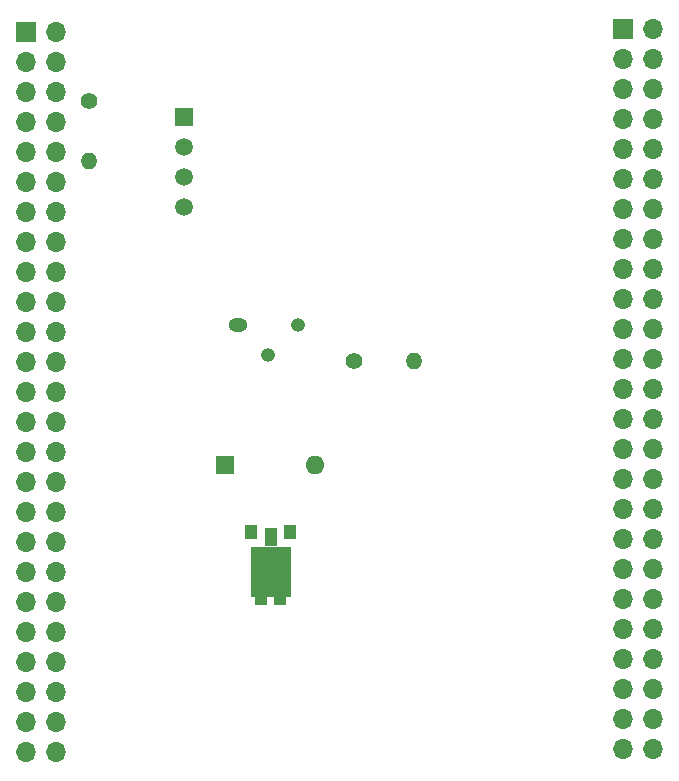
<source format=gbr>
%TF.GenerationSoftware,KiCad,Pcbnew,(7.0.0)*%
%TF.CreationDate,2023-06-01T08:48:15-06:00*%
%TF.ProjectId,phase_D_finalproject,70686173-655f-4445-9f66-696e616c7072,rev?*%
%TF.SameCoordinates,Original*%
%TF.FileFunction,Soldermask,Top*%
%TF.FilePolarity,Negative*%
%FSLAX46Y46*%
G04 Gerber Fmt 4.6, Leading zero omitted, Abs format (unit mm)*
G04 Created by KiCad (PCBNEW (7.0.0)) date 2023-06-01 08:48:15*
%MOMM*%
%LPD*%
G01*
G04 APERTURE LIST*
%ADD10R,1.600000X1.600000*%
%ADD11O,1.600000X1.600000*%
%ADD12R,1.100000X1.300000*%
%ADD13R,1.000000X0.650000*%
%ADD14R,1.000000X1.500000*%
%ADD15R,3.400000X4.300000*%
%ADD16C,1.400000*%
%ADD17O,1.400000X1.400000*%
%ADD18R,1.500000X1.500000*%
%ADD19C,1.500000*%
%ADD20O,1.600000X1.200000*%
%ADD21O,1.200000X1.200000*%
%ADD22R,1.700000X1.700000*%
%ADD23O,1.700000X1.700000*%
G04 APERTURE END LIST*
D10*
%TO.C,D1*%
X148264999Y-94224999D03*
D11*
X155884999Y-94224999D03*
%TD*%
D12*
%TO.C,M1*%
X150539999Y-99874999D03*
X153839999Y-99874999D03*
D13*
X151389999Y-105749999D03*
D14*
X152189999Y-100374999D03*
D15*
X152189999Y-103274999D03*
D13*
X152989999Y-105749999D03*
%TD*%
D16*
%TO.C,R1*%
X136825000Y-63400000D03*
D17*
X136824999Y-68479999D03*
%TD*%
D18*
%TO.C,U1*%
X144797499Y-64762499D03*
D19*
X144797500Y-67302500D03*
X144797500Y-69842500D03*
X144797500Y-72382500D03*
%TD*%
D16*
%TO.C,R2*%
X159215000Y-85400000D03*
D17*
X164294999Y-85399999D03*
%TD*%
D20*
%TO.C,Q1*%
X149374999Y-82374999D03*
D21*
X151914999Y-84914999D03*
X154454999Y-82374999D03*
%TD*%
D22*
%TO.C,J1*%
X131474999Y-57609999D03*
D23*
X134014999Y-57609999D03*
X131474999Y-60149999D03*
X134014999Y-60149999D03*
X131474999Y-62689999D03*
X134014999Y-62689999D03*
X131474999Y-65229999D03*
X134014999Y-65229999D03*
X131474999Y-67769999D03*
X134014999Y-67769999D03*
X131474999Y-70309999D03*
X134014999Y-70309999D03*
X131474999Y-72849999D03*
X134014999Y-72849999D03*
X131474999Y-75389999D03*
X134014999Y-75389999D03*
X131474999Y-77929999D03*
X134014999Y-77929999D03*
X131474999Y-80469999D03*
X134014999Y-80469999D03*
X131474999Y-83009999D03*
X134014999Y-83009999D03*
X131474999Y-85549999D03*
X134014999Y-85549999D03*
X131474999Y-88089999D03*
X134014999Y-88089999D03*
X131474999Y-90629999D03*
X134014999Y-90629999D03*
X131474999Y-93169999D03*
X134014999Y-93169999D03*
X131474999Y-95709999D03*
X134014999Y-95709999D03*
X131474999Y-98249999D03*
X134014999Y-98249999D03*
X131474999Y-100789999D03*
X134014999Y-100789999D03*
X131474999Y-103329999D03*
X134014999Y-103329999D03*
X131474999Y-105869999D03*
X134014999Y-105869999D03*
X131474999Y-108409999D03*
X134014999Y-108409999D03*
X131474999Y-110949999D03*
X134014999Y-110949999D03*
X131474999Y-113489999D03*
X134014999Y-113489999D03*
X131474999Y-116029999D03*
X134014999Y-116029999D03*
X131474999Y-118569999D03*
X134014999Y-118569999D03*
%TD*%
D22*
%TO.C,J2*%
X182024999Y-57309999D03*
D23*
X184564999Y-57309999D03*
X182024999Y-59849999D03*
X184564999Y-59849999D03*
X182024999Y-62389999D03*
X184564999Y-62389999D03*
X182024999Y-64929999D03*
X184564999Y-64929999D03*
X182024999Y-67469999D03*
X184564999Y-67469999D03*
X182024999Y-70009999D03*
X184564999Y-70009999D03*
X182024999Y-72549999D03*
X184564999Y-72549999D03*
X182024999Y-75089999D03*
X184564999Y-75089999D03*
X182024999Y-77629999D03*
X184564999Y-77629999D03*
X182024999Y-80169999D03*
X184564999Y-80169999D03*
X182024999Y-82709999D03*
X184564999Y-82709999D03*
X182024999Y-85249999D03*
X184564999Y-85249999D03*
X182024999Y-87789999D03*
X184564999Y-87789999D03*
X182024999Y-90329999D03*
X184564999Y-90329999D03*
X182024999Y-92869999D03*
X184564999Y-92869999D03*
X182024999Y-95409999D03*
X184564999Y-95409999D03*
X182024999Y-97949999D03*
X184564999Y-97949999D03*
X182024999Y-100489999D03*
X184564999Y-100489999D03*
X182024999Y-103029999D03*
X184564999Y-103029999D03*
X182024999Y-105569999D03*
X184564999Y-105569999D03*
X182024999Y-108109999D03*
X184564999Y-108109999D03*
X182024999Y-110649999D03*
X184564999Y-110649999D03*
X182024999Y-113189999D03*
X184564999Y-113189999D03*
X182024999Y-115729999D03*
X184564999Y-115729999D03*
X182024999Y-118269999D03*
X184564999Y-118269999D03*
%TD*%
M02*

</source>
